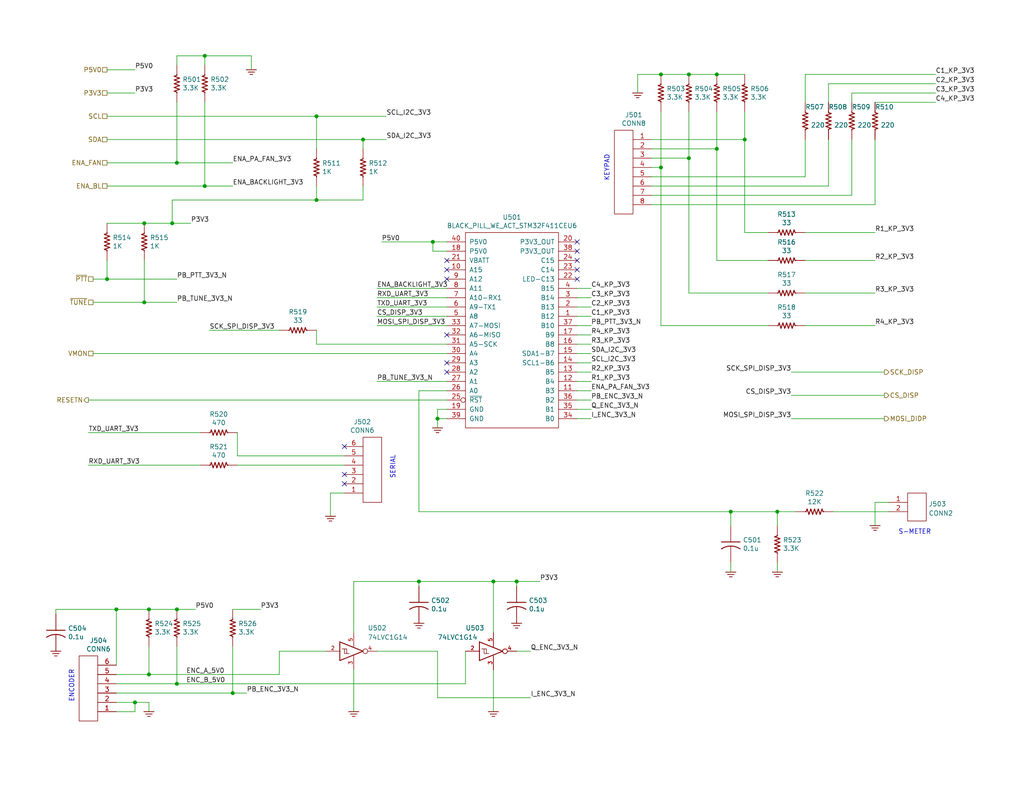
<source format=kicad_sch>
(kicad_sch (version 20211123) (generator eeschema)
  (paper "A")
  (title_block (title "Quad output VFO") (rev "X2"))
  (lib_symbols
    (symbol "custom:74LVC1G14" (pin_names (offset 0) hide)
      (property "Reference" "U" (at 3.81 5.08 0))
      (property "Value" "74LVC1G14" (at 7.62 2.54 0))
      (symbol "74LVC1G14_0_1"
        (polyline (pts (xy -2.54 0.635) (xy -1.905 0.635) (xy -1.905 -0.635)))
        (polyline (pts (xy -3.81 2.54) (xy -3.81 -2.54) (xy 2.54 0) (xy -3.81 2.54)) (stroke (width 0.254)))
        (polyline (pts (xy -3.175 0.635) (xy -2.54 0.635) (xy -2.54 -0.635) (xy -1.27 -0.635)))
      )
      (symbol "74LVC1G14_1_1"
        (pin input line (at -7.62 0 0) (length 3.81) (name "~") (number "2"))
        (pin power_in line (at 0 -5.08 90) (length 3.8608) (name "GND") (number "3"))
        (pin output inverted (at 6.35 0 180) (length 3.81) (name "~") (number "4"))
        (pin power_in line (at 0 5.08 270) (length 3.8608) (name "VCC") (number "5"))
      )
    )
    (symbol "custom:BLACK_PILL_WE_ACT_STM32F411CEU6" (pin_names (offset 1.016))
      (property "Reference" "U" (at 0 27.94 0))
      (property "Value" "BLACK_PILL_WE_ACT_STM32F411CEU6" (at 0 -33.02 0))
      (symbol "BLACK_PILL_WE_ACT_STM32F411CEU6_0_1"
        (rectangle (start -12.7 25.4) (end 12.7 -27.94))
      )
      (symbol "BLACK_PILL_WE_ACT_STM32F411CEU6_1_1"
        (pin passive line (at 17.78 2.54 180) (length 5.08) (name "B12") (number "1"))
        (pin passive line (at -17.78 15.24 0) (length 5.08) (name "A15") (number "10"))
        (pin passive line (at 17.78 -17.78 180) (length 5.08) (name "B3") (number "11"))
        (pin passive line (at 17.78 -15.24 180) (length 5.08) (name "B4") (number "12"))
        (pin passive line (at 17.78 -12.7 180) (length 5.08) (name "B5") (number "13"))
        (pin passive line (at 17.78 -10.16 180) (length 5.08) (name "SCL1-B6") (number "14"))
        (pin passive line (at 17.78 -7.62 180) (length 5.08) (name "SDA1-B7") (number "15"))
        (pin passive line (at 17.78 -5.08 180) (length 5.08) (name "B8") (number "16"))
        (pin passive line (at 17.78 -2.54 180) (length 5.08) (name "B9") (number "17"))
        (pin power_in line (at -17.78 20.32 0) (length 5.08) (name "P5V0") (number "18"))
        (pin power_in line (at -17.78 -22.86 0) (length 5.08) (name "GND") (number "19"))
        (pin passive line (at 17.78 5.08 180) (length 5.08) (name "B13") (number "2"))
        (pin power_out line (at 17.78 22.86 180) (length 5.08) (name "P3V3_OUT") (number "20"))
        (pin power_in line (at -17.78 17.78 0) (length 5.08) (name "VBATT") (number "21"))
        (pin passive line (at 17.78 12.7 180) (length 5.08) (name "LED-C13") (number "22"))
        (pin passive line (at 17.78 15.24 180) (length 5.08) (name "C14") (number "23"))
        (pin passive line (at 17.78 17.78 180) (length 5.08) (name "C15") (number "24"))
        (pin passive inverted (at -17.78 -20.32 0) (length 5.08) (name "~{RST}") (number "25"))
        (pin passive line (at -17.78 -17.78 0) (length 5.08) (name "A0") (number "26"))
        (pin passive line (at -17.78 -15.24 0) (length 5.08) (name "A1") (number "27"))
        (pin passive line (at -17.78 -12.7 0) (length 5.08) (name "A2") (number "28"))
        (pin passive line (at -17.78 -10.16 0) (length 5.08) (name "A3") (number "29"))
        (pin passive line (at 17.78 7.62 180) (length 5.08) (name "B14") (number "3"))
        (pin passive line (at -17.78 -7.62 0) (length 5.08) (name "A4") (number "30"))
        (pin passive line (at -17.78 -5.08 0) (length 5.08) (name "A5-SCK") (number "31"))
        (pin passive line (at -17.78 -2.54 0) (length 5.08) (name "A6-MISO") (number "32"))
        (pin passive line (at -17.78 0 0) (length 5.08) (name "A7-MOSI") (number "33"))
        (pin passive line (at 17.78 -25.4 180) (length 5.08) (name "B0") (number "34"))
        (pin passive line (at 17.78 -22.86 180) (length 5.08) (name "B1") (number "35"))
        (pin passive line (at 17.78 -20.32 180) (length 5.08) (name "B2") (number "36"))
        (pin passive line (at 17.78 0 180) (length 5.08) (name "B10") (number "37"))
        (pin power_out line (at 17.78 20.32 180) (length 5.08) (name "P3V3_OUT") (number "38"))
        (pin power_in line (at -17.78 -25.4 0) (length 5.08) (name "GND") (number "39"))
        (pin passive line (at 17.78 10.16 180) (length 5.08) (name "B15") (number "4"))
        (pin power_in line (at -17.78 22.86 0) (length 5.08) (name "P5V0") (number "40"))
        (pin passive line (at -17.78 2.54 0) (length 5.08) (name "A8") (number "5"))
        (pin passive line (at -17.78 5.08 0) (length 5.08) (name "A9-TX1") (number "6"))
        (pin passive line (at -17.78 7.62 0) (length 5.08) (name "A10-RX1") (number "7"))
        (pin passive line (at -17.78 10.16 0) (length 5.08) (name "A11") (number "8"))
        (pin passive line (at -17.78 12.7 0) (length 5.08) (name "A12") (number "9"))
      )
    )
    (symbol "custom:CONN2" (pin_names (offset 1.016))
      (property "Reference" "J" (at 0 5.08 0))
      (property "Value" "CONN2" (at 0 -5.08 0))
      (symbol "CONN2_0_1"
        (rectangle (start -2.54 3.81) (end 2.54 -3.81))
      )
      (symbol "CONN2_1_1"
        (pin passive line (at -7.62 1.27 0) (length 5.08) (name "~") (number "1"))
        (pin passive line (at -7.62 -1.27 0) (length 5.08) (name "~") (number "2"))
      )
    )
    (symbol "custom:CONN6" (pin_names (offset 1.016))
      (property "Reference" "J" (at 0 11.43 0))
      (property "Value" "CONN6" (at 0 -8.89 0))
      (symbol "CONN6_0_1"
        (rectangle (start -2.54 10.16) (end 2.54 -7.62))
      )
      (symbol "CONN6_1_1"
        (pin passive line (at -7.62 7.62 0) (length 5.08) (name "~") (number "1"))
        (pin passive line (at -7.62 5.08 0) (length 5.08) (name "~") (number "2"))
        (pin passive line (at -7.62 2.54 0) (length 5.08) (name "~") (number "3"))
        (pin passive line (at -7.62 0 0) (length 5.08) (name "~") (number "4"))
        (pin passive line (at -7.62 -2.54 0) (length 5.08) (name "~") (number "5"))
        (pin passive line (at -7.62 -5.08 0) (length 5.08) (name "~") (number "6"))
      )
    )
    (symbol "custom:CONN8" (pin_names (offset 1.016))
      (property "Reference" "J" (at 0 12.7 0))
      (property "Value" "CONN8" (at 0 -12.7 0))
      (symbol "CONN8_0_1"
        (rectangle (start -2.54 11.43) (end 2.54 -11.43))
      )
      (symbol "CONN8_1_1"
        (pin passive line (at -7.62 8.89 0) (length 5.08) (name "~") (number "1"))
        (pin passive line (at -7.62 6.35 0) (length 5.08) (name "~") (number "2"))
        (pin passive line (at -7.62 3.81 0) (length 5.08) (name "~") (number "3"))
        (pin passive line (at -7.62 1.27 0) (length 5.08) (name "~") (number "4"))
        (pin passive line (at -7.62 -1.27 0) (length 5.08) (name "~") (number "5"))
        (pin passive line (at -7.62 -3.81 0) (length 5.08) (name "~") (number "6"))
        (pin passive line (at -7.62 -6.35 0) (length 5.08) (name "~") (number "7"))
        (pin passive line (at -7.62 -8.89 0) (length 5.08) (name "~") (number "8"))
      )
    )
    (symbol "custom:C_US_0805_0.1UF_X7R_10%_50V_HS" (pin_numbers hide) (pin_names (offset 0.254) hide)
      (property "Reference" "C" (at 1.27 2.54 0))
      (property "Value" "C_US_0805_0.1UF_X7R_10%_50V_HS" (at 1.27 -2.54 0))
      (symbol "C_US_0805_0.1UF_X7R_10%_50V_HS_0_1"
        (polyline (pts (xy -2.54 0.635) (xy 2.54 0.635) (xy 2.54 0.635)) (stroke (width 0.254)))
        (arc (start 2.54 -1.27) (mid 0 -0.5009) (end -2.54 -1.27) (stroke (width 0.254)))
      )
      (symbol "C_US_0805_0.1UF_X7R_10%_50V_HS_1_1"
        (pin passive line (at 0 5.08 270) (length 4.445) (name "~") (number "1"))
        (pin passive line (at 0 -5.08 90) (length 4.445) (name "~") (number "2"))
      )
    )
    (symbol "custom:GND_US" (power) (pin_names (offset 0))
      (symbol "GND_US_0_1"
        (polyline (pts (xy -1.397 0) (xy 1.397 0)) (stroke (width 0.2032)))
        (polyline (pts (xy -0.889 -0.635) (xy 0.889 -0.635)) (stroke (width 0.2032)))
        (polyline (pts (xy -0.381 -1.27) (xy 0.381 -1.27)) (stroke (width 0.2032)))
      )
      (symbol "GND_US_1_1"
        (pin power_in line (at 0 0 90) (length 0) hide (name "GND") (number "1"))
      )
    )
    (symbol "custom:R_US_0805_1%_HS" (pin_numbers hide) (pin_names (offset 1.016) hide)
      (property "Reference" "R" (at 2.032 0 90))
      (property "Value" "R_US_0805_1%_HS" (at -2.032 0 90))
      (symbol "R_US_0805_1%_HS_0_0"
        (polyline (pts (xy 0 -2.54) (xy 0 -2.54) (xy 0 -2.286) (xy -0.762 -2.032) (xy 0.762 -1.524) (xy -0.762 -1.016) (xy 0.762 -0.508) (xy -0.762 0) (xy 0.762 0.508) (xy -0.762 1.016) (xy 0.762 1.524) (xy -0.762 2.032) (xy 0 2.286) (xy 0 2.54) (xy 0 2.54)) (stroke (width 0.254)))
      )
      (symbol "R_US_0805_1%_HS_1_1"
        (pin passive line (at 0 5.08 270) (length 2.54) (name "~") (number "1"))
        (pin passive line (at 0 -5.08 90) (length 2.54) (name "~") (number "2"))
      )
    )
  )
  (junction (at 48.26 44.45))
  (junction (at 195.58 20.32))
  (junction (at 86.36 54.61))
  (junction (at 187.96 20.32))
  (junction (at 39.37 60.96))
  (junction (at 118.11 66.04))
  (junction (at 199.39 139.7))
  (junction (at 29.21 76.2))
  (junction (at 195.58 40.64))
  (junction (at 55.88 15.24))
  (junction (at 46.99 60.96))
  (junction (at 114.3 158.75))
  (junction (at 99.06 38.1))
  (junction (at 48.26 166.37))
  (junction (at 140.97 158.75))
  (junction (at 39.37 82.55))
  (junction (at 134.62 158.75))
  (junction (at 203.2 38.1))
  (junction (at 40.64 166.37))
  (junction (at 40.64 184.15))
  (junction (at 86.36 31.75))
  (junction (at 180.34 20.32))
  (junction (at 31.75 166.37))
  (junction (at 55.88 50.8))
  (junction (at 187.96 43.18))
  (junction (at 180.34 45.72))
  (junction (at 63.5 189.23))
  (junction (at 36.83 191.77))
  (junction (at 48.26 186.69))
  (junction (at 212.09 139.7))
  (junction (at 119.38 114.3))
  (no_connect (at 93.98 132.08))
  (no_connect (at 93.98 129.54))
  (no_connect (at 121.92 71.12))
  (no_connect (at 157.48 68.58))
  (no_connect (at 121.92 99.06))
  (no_connect (at 157.48 76.2))
  (no_connect (at 121.92 76.2))
  (no_connect (at 121.92 73.66))
  (no_connect (at 157.48 66.04))
  (no_connect (at 121.92 101.6))
  (no_connect (at 157.48 71.12))
  (no_connect (at 121.92 91.44))
  (no_connect (at 157.48 73.66))
  (no_connect (at 93.98 121.92))
  (wire (pts (xy 177.8 45.72) (xy 180.34 45.72)))
  (wire (pts (xy 40.64 191.77) (xy 40.64 194.31)))
  (wire (pts (xy 119.38 114.3) (xy 119.38 116.84)))
  (wire (pts (xy 219.71 71.12) (xy 238.76 71.12)))
  (wire (pts (xy 24.13 109.22) (xy 121.92 109.22)))
  (wire (pts (xy 121.92 111.76) (xy 119.38 111.76)))
  (wire (pts (xy 96.52 172.72) (xy 96.52 158.75)))
  (wire (pts (xy 31.75 166.37) (xy 15.24 166.37)))
  (wire (pts (xy 209.55 71.12) (xy 195.58 71.12)))
  (wire (pts (xy 157.48 114.3) (xy 161.29 114.3)))
  (wire (pts (xy 48.26 166.37) (xy 53.34 166.37)))
  (wire (pts (xy 187.96 30.48) (xy 187.96 43.18)))
  (wire (pts (xy 199.39 153.67) (xy 199.39 156.21)))
  (wire (pts (xy 76.2 90.17) (xy 57.15 90.17)))
  (wire (pts (xy 121.92 88.9) (xy 102.87 88.9)))
  (wire (pts (xy 232.41 27.94) (xy 232.41 25.4)))
  (wire (pts (xy 187.96 20.32) (xy 195.58 20.32)))
  (wire (pts (xy 209.55 80.01) (xy 187.96 80.01)))
  (wire (pts (xy 48.26 17.78) (xy 48.26 15.24)))
  (wire (pts (xy 48.26 27.94) (xy 48.26 44.45)))
  (wire (pts (xy 119.38 177.8) (xy 119.38 190.5)))
  (wire (pts (xy 114.3 158.75) (xy 134.62 158.75)))
  (wire (pts (xy 177.8 38.1) (xy 203.2 38.1)))
  (wire (pts (xy 195.58 30.48) (xy 195.58 40.64)))
  (wire (pts (xy 157.48 86.36) (xy 161.29 86.36)))
  (wire (pts (xy 96.52 158.75) (xy 114.3 158.75)))
  (wire (pts (xy 177.8 48.26) (xy 219.71 48.26)))
  (wire (pts (xy 86.36 54.61) (xy 99.06 54.61)))
  (wire (pts (xy 29.21 25.4) (xy 36.83 25.4)))
  (wire (pts (xy 68.58 15.24) (xy 68.58 19.05)))
  (wire (pts (xy 203.2 30.48) (xy 203.2 38.1)))
  (wire (pts (xy 93.98 124.46) (xy 64.77 124.46)))
  (wire (pts (xy 86.36 50.8) (xy 86.36 54.61)))
  (wire (pts (xy 157.48 106.68) (xy 161.29 106.68)))
  (wire (pts (xy 209.55 88.9) (xy 180.34 88.9)))
  (wire (pts (xy 212.09 139.7) (xy 212.09 143.51)))
  (wire (pts (xy 76.2 177.8) (xy 88.9 177.8)))
  (wire (pts (xy 203.2 63.5) (xy 203.2 38.1)))
  (wire (pts (xy 227.33 139.7) (xy 242.57 139.7)))
  (wire (pts (xy 212.09 153.67) (xy 212.09 156.21)))
  (wire (pts (xy 40.64 166.37) (xy 31.75 166.37)))
  (wire (pts (xy 241.3 114.3) (xy 215.9 114.3)))
  (wire (pts (xy 134.62 182.88) (xy 134.62 194.31)))
  (wire (pts (xy 134.62 172.72) (xy 134.62 158.75)))
  (wire (pts (xy 29.21 19.05) (xy 36.83 19.05)))
  (wire (pts (xy 177.8 40.64) (xy 195.58 40.64)))
  (wire (pts (xy 40.64 184.15) (xy 31.75 184.15)))
  (wire (pts (xy 55.88 15.24) (xy 68.58 15.24)))
  (wire (pts (xy 31.75 191.77) (xy 36.83 191.77)))
  (wire (pts (xy 64.77 124.46) (xy 64.77 118.11)))
  (wire (pts (xy 195.58 20.32) (xy 203.2 20.32)))
  (wire (pts (xy 180.34 20.32) (xy 173.99 20.32)))
  (wire (pts (xy 121.92 66.04) (xy 118.11 66.04)))
  (wire (pts (xy 36.83 191.77) (xy 40.64 191.77)))
  (wire (pts (xy 157.48 104.14) (xy 161.29 104.14)))
  (wire (pts (xy 157.48 83.82) (xy 161.29 83.82)))
  (wire (pts (xy 99.06 54.61) (xy 99.06 50.8)))
  (wire (pts (xy 29.21 50.8) (xy 55.88 50.8)))
  (wire (pts (xy 177.8 43.18) (xy 187.96 43.18)))
  (wire (pts (xy 238.76 38.1) (xy 238.76 55.88)))
  (wire (pts (xy 121.92 106.68) (xy 114.3 106.68)))
  (wire (pts (xy 114.3 160.02) (xy 114.3 158.75)))
  (wire (pts (xy 63.5 176.53) (xy 63.5 189.23)))
  (wire (pts (xy 187.96 80.01) (xy 187.96 43.18)))
  (wire (pts (xy 238.76 27.94) (xy 255.27 27.94)))
  (wire (pts (xy 121.92 83.82) (xy 102.87 83.82)))
  (wire (pts (xy 157.48 111.76) (xy 161.29 111.76)))
  (wire (pts (xy 219.71 27.94) (xy 219.71 20.32)))
  (wire (pts (xy 40.64 176.53) (xy 40.64 184.15)))
  (wire (pts (xy 226.06 22.86) (xy 255.27 22.86)))
  (wire (pts (xy 121.92 68.58) (xy 118.11 68.58)))
  (wire (pts (xy 157.48 96.52) (xy 161.29 96.52)))
  (wire (pts (xy 127 186.69) (xy 127 177.8)))
  (wire (pts (xy 99.06 40.64) (xy 99.06 38.1)))
  (wire (pts (xy 31.75 186.69) (xy 48.26 186.69)))
  (wire (pts (xy 121.92 104.14) (xy 102.87 104.14)))
  (wire (pts (xy 140.97 177.8) (xy 144.78 177.8)))
  (wire (pts (xy 157.48 99.06) (xy 161.29 99.06)))
  (wire (pts (xy 48.26 186.69) (xy 48.26 176.53)))
  (wire (pts (xy 63.5 189.23) (xy 67.31 189.23)))
  (wire (pts (xy 48.26 186.69) (xy 127 186.69)))
  (wire (pts (xy 242.57 137.16) (xy 238.76 137.16)))
  (wire (pts (xy 177.8 50.8) (xy 226.06 50.8)))
  (wire (pts (xy 40.64 184.15) (xy 76.2 184.15)))
  (wire (pts (xy 119.38 190.5) (xy 144.78 190.5)))
  (wire (pts (xy 134.62 158.75) (xy 140.97 158.75)))
  (wire (pts (xy 195.58 71.12) (xy 195.58 40.64)))
  (wire (pts (xy 114.3 139.7) (xy 199.39 139.7)))
  (wire (pts (xy 55.88 50.8) (xy 63.5 50.8)))
  (wire (pts (xy 24.13 127) (xy 54.61 127)))
  (wire (pts (xy 29.21 71.12) (xy 29.21 76.2)))
  (wire (pts (xy 99.06 38.1) (xy 105.41 38.1)))
  (wire (pts (xy 219.71 48.26) (xy 219.71 38.1)))
  (wire (pts (xy 226.06 38.1) (xy 226.06 50.8)))
  (wire (pts (xy 48.26 15.24) (xy 55.88 15.24)))
  (wire (pts (xy 177.8 53.34) (xy 232.41 53.34)))
  (wire (pts (xy 96.52 182.88) (xy 96.52 194.31)))
  (wire (pts (xy 46.99 60.96) (xy 52.07 60.96)))
  (wire (pts (xy 157.48 109.22) (xy 161.29 109.22)))
  (wire (pts (xy 114.3 106.68) (xy 114.3 139.7)))
  (wire (pts (xy 29.21 38.1) (xy 99.06 38.1)))
  (wire (pts (xy 86.36 93.98) (xy 86.36 90.17)))
  (wire (pts (xy 219.71 80.01) (xy 238.76 80.01)))
  (wire (pts (xy 157.48 101.6) (xy 161.29 101.6)))
  (wire (pts (xy 219.71 63.5) (xy 238.76 63.5)))
  (wire (pts (xy 180.34 88.9) (xy 180.34 45.72)))
  (wire (pts (xy 90.17 134.62) (xy 90.17 140.97)))
  (wire (pts (xy 25.4 82.55) (xy 39.37 82.55)))
  (wire (pts (xy 177.8 55.88) (xy 238.76 55.88)))
  (wire (pts (xy 219.71 88.9) (xy 238.76 88.9)))
  (wire (pts (xy 29.21 44.45) (xy 48.26 44.45)))
  (wire (pts (xy 140.97 160.02) (xy 140.97 158.75)))
  (wire (pts (xy 15.24 166.37) (xy 15.24 167.64)))
  (wire (pts (xy 54.61 118.11) (xy 24.13 118.11)))
  (wire (pts (xy 36.83 194.31) (xy 36.83 191.77)))
  (wire (pts (xy 64.77 127) (xy 93.98 127)))
  (wire (pts (xy 39.37 71.12) (xy 39.37 82.55)))
  (wire (pts (xy 40.64 166.37) (xy 48.26 166.37)))
  (wire (pts (xy 157.48 81.28) (xy 161.29 81.28)))
  (wire (pts (xy 31.75 194.31) (xy 36.83 194.31)))
  (wire (pts (xy 25.4 76.2) (xy 29.21 76.2)))
  (wire (pts (xy 180.34 20.32) (xy 187.96 20.32)))
  (wire (pts (xy 55.88 17.78) (xy 55.88 15.24)))
  (wire (pts (xy 86.36 40.64) (xy 86.36 31.75)))
  (wire (pts (xy 121.92 78.74) (xy 102.87 78.74)))
  (wire (pts (xy 118.11 66.04) (xy 104.14 66.04)))
  (wire (pts (xy 157.48 93.98) (xy 161.29 93.98)))
  (wire (pts (xy 119.38 111.76) (xy 119.38 114.3)))
  (wire (pts (xy 48.26 44.45) (xy 63.5 44.45)))
  (wire (pts (xy 232.41 25.4) (xy 255.27 25.4)))
  (wire (pts (xy 199.39 139.7) (xy 199.39 143.51)))
  (wire (pts (xy 157.48 91.44) (xy 161.29 91.44)))
  (wire (pts (xy 93.98 134.62) (xy 90.17 134.62)))
  (wire (pts (xy 118.11 68.58) (xy 118.11 66.04)))
  (wire (pts (xy 55.88 27.94) (xy 55.88 50.8)))
  (wire (pts (xy 29.21 31.75) (xy 86.36 31.75)))
  (wire (pts (xy 121.92 81.28) (xy 102.87 81.28)))
  (wire (pts (xy 241.3 107.95) (xy 215.9 107.95)))
  (wire (pts (xy 46.99 54.61) (xy 86.36 54.61)))
  (wire (pts (xy 232.41 38.1) (xy 232.41 53.34)))
  (wire (pts (xy 157.48 88.9) (xy 161.29 88.9)))
  (wire (pts (xy 157.48 78.74) (xy 161.29 78.74)))
  (wire (pts (xy 180.34 30.48) (xy 180.34 45.72)))
  (wire (pts (xy 140.97 158.75) (xy 147.32 158.75)))
  (wire (pts (xy 25.4 96.52) (xy 121.92 96.52)))
  (wire (pts (xy 46.99 60.96) (xy 46.99 54.61)))
  (wire (pts (xy 31.75 189.23) (xy 63.5 189.23)))
  (wire (pts (xy 29.21 76.2) (xy 48.26 76.2)))
  (wire (pts (xy 76.2 184.15) (xy 76.2 177.8)))
  (wire (pts (xy 238.76 137.16) (xy 238.76 143.51)))
  (wire (pts (xy 121.92 114.3) (xy 119.38 114.3)))
  (wire (pts (xy 121.92 86.36) (xy 102.87 86.36)))
  (wire (pts (xy 121.92 93.98) (xy 86.36 93.98)))
  (wire (pts (xy 39.37 82.55) (xy 48.26 82.55)))
  (wire (pts (xy 212.09 139.7) (xy 199.39 139.7)))
  (wire (pts (xy 173.99 20.32) (xy 173.99 25.4)))
  (wire (pts (xy 63.5 166.37) (xy 71.12 166.37)))
  (wire (pts (xy 102.87 177.8) (xy 119.38 177.8)))
  (wire (pts (xy 241.3 101.6) (xy 215.9 101.6)))
  (wire (pts (xy 226.06 27.94) (xy 226.06 22.86)))
  (wire (pts (xy 219.71 20.32) (xy 255.27 20.32)))
  (wire (pts (xy 39.37 60.96) (xy 46.99 60.96)))
  (wire (pts (xy 217.17 139.7) (xy 212.09 139.7)))
  (wire (pts (xy 209.55 63.5) (xy 203.2 63.5)))
  (wire (pts (xy 29.21 60.96) (xy 39.37 60.96)))
  (wire (pts (xy 86.36 31.75) (xy 105.41 31.75)))
  (wire (pts (xy 31.75 166.37) (xy 31.75 181.61)))
  (text "KEYPAD" (at 166.37 49.53 90) (effects (font (size 1.27 1.27)) (justify left bottom)))
  (text "ENCODER\n" (at 20.32 191.77 90) (effects (font (size 1.27 1.27)) (justify left bottom)))
  (text "SERIAL" (at 107.95 130.81 90) (effects (font (size 1.27 1.27)) (justify left bottom)))
  (text "S-METER" (at 245.11 146.05 0) (effects (font (size 1.27 1.27)) (justify left bottom)))
  (label "Q_ENC_3V3_N" (at 144.78 177.8 0))
  (label "PB_ENC_3V3_N" (at 67.31 189.23 0))
  (label "R1_KP_3V3" (at 238.76 63.5 0))
  (label "R4_KP_3V3" (at 238.76 88.9 0))
  (label "CS_DISP_3V3" (at 102.87 86.36 0))
  (label "C4_KP_3V3" (at 255.27 27.94 0))
  (label "SCK_SPI_DISP_3V3" (at 215.9 101.6 180))
  (label "TXD_UART_3V3" (at 24.13 118.11 0))
  (label "Q_ENC_3V3_N" (at 161.29 111.76 0))
  (label "SCL_I2C_3V3" (at 105.41 31.75 0))
  (label "R1_KP_3V3" (at 161.29 104.14 0))
  (label "P5V0" (at 104.14 66.04 0))
  (label "R4_KP_3V3" (at 161.29 91.44 0))
  (label "PB_PTT_3V3_N" (at 161.29 88.9 0))
  (label "SDA_I2C_3V3" (at 105.41 38.1 0))
  (label "C1_KP_3V3" (at 161.29 86.36 0))
  (label "C1_KP_3V3" (at 255.27 20.32 0))
  (label "PB_TUNE_3V3_N" (at 102.87 104.14 0))
  (label "CS_DISP_3V3" (at 215.9 107.95 180))
  (label "RXD_UART_3V3" (at 102.87 81.28 0))
  (label "R3_KP_3V3" (at 161.29 93.98 0))
  (label "ENC_A_5V0" (at 50.8 184.15 0))
  (label "P3V3" (at 71.12 166.37 0))
  (label "C4_KP_3V3" (at 161.29 78.74 0))
  (label "ENA_PA_FAN_3V3" (at 161.29 106.68 0))
  (label "P3V3" (at 147.32 158.75 0))
  (label "RXD_UART_3V3" (at 24.13 127 0))
  (label "C3_KP_3V3" (at 255.27 25.4 0))
  (label "PB_ENC_3V3_N" (at 161.29 109.22 0))
  (label "P3V3" (at 52.07 60.96 0))
  (label "MOSI_SPI_DISP_3V3" (at 102.87 88.9 0))
  (label "R3_KP_3V3" (at 238.76 80.01 0))
  (label "ENC_B_5V0" (at 50.8 186.69 0))
  (label "C2_KP_3V3" (at 255.27 22.86 0))
  (label "C3_KP_3V3" (at 161.29 81.28 0))
  (label "MOSI_SPI_DISP_3V3" (at 215.9 114.3 180))
  (label "SCK_SPI_DISP_3V3" (at 57.15 90.17 0))
  (label "TXD_UART_3V3" (at 102.87 83.82 0))
  (label "I_ENC_3V3_N" (at 161.29 114.3 0))
  (label "C2_KP_3V3" (at 161.29 83.82 0))
  (label "R2_KP_3V3" (at 161.29 101.6 0))
  (label "SCL_I2C_3V3" (at 161.29 99.06 0))
  (label "ENA_BACKLIGHT_3V3" (at 63.5 50.8 0))
  (label "R2_KP_3V3" (at 238.76 71.12 0))
  (label "ENA_BACKLIGHT_3V3" (at 102.87 78.74 0))
  (label "P5V0" (at 36.83 19.05 0))
  (label "I_ENC_3V3_N" (at 144.78 190.5 0))
  (label "PB_PTT_3V3_N" (at 48.26 76.2 0))
  (label "P5V0" (at 53.34 166.37 0))
  (label "ENA_PA_FAN_3V3" (at 63.5 44.45 0))
  (label "PB_TUNE_3V3_N" (at 48.26 82.55 0))
  (label "SDA_I2C_3V3" (at 161.29 96.52 0))
  (label "P3V3" (at 36.83 25.4 0))
  (hierarchical_label "P5V0" (shape passive) (at 29.21 19.05 180))
  (hierarchical_label "MOSI_DIDP" (shape output) (at 241.3 114.3 0))
  (hierarchical_label "~{PTT}" (shape passive) (at 25.4 76.2 180))
  (hierarchical_label "P3V3" (shape passive) (at 29.21 25.4 180))
  (hierarchical_label "ENA_FAN" (shape passive) (at 29.21 44.45 180))
  (hierarchical_label "SDA" (shape passive) (at 29.21 38.1 180))
  (hierarchical_label "CS_DISP" (shape output) (at 241.3 107.95 0))
  (hierarchical_label "RESETN" (shape output) (at 24.13 109.22 180))
  (hierarchical_label "ENA_BL" (shape passive) (at 29.21 50.8 180))
  (hierarchical_label "SCK_DISP" (shape output) (at 241.3 101.6 0))
  (hierarchical_label "~{TUNE}" (shape passive) (at 25.4 82.55 180))
  (hierarchical_label "SCL" (shape passive) (at 29.21 31.75 180))
  (hierarchical_label "VMON" (shape passive) (at 25.4 96.52 180))
  (symbol (lib_id "custom:CONN8") (at 170.18 46.99 0) (mirror y) (unit 1)
    (property "Reference" "J501" (at 172.9232 31.369 0))
    (property "Value" "CONN8" (at 172.9232 33.6804 0))
    (property "Footprint" "mods:JST_B8B_XH_A" (effects hide))
    (property "PartNumber" "800114-108" (effects hide))
  )
  (symbol (lib_id "custom:R_US_0805_1%_HS") (at 40.64 171.45 0) (unit 1)
    (property "Reference" "R524" (at 42.164 170.2816 0) (effects (justify left)))
    (property "Value" "3.3K" (at 42.164 172.593 0) (effects (justify left)))
    (property "Footprint" "Resistor_SMD:R_0805_2012Metric_Pad1.20x1.40mm_HandSolder" (effects hide))
    (property "PartNumber" "800235-332" (effects hide))
  )
  (symbol (lib_id "custom:R_US_0805_1%_HS") (at 48.26 171.45 0) (unit 1)
    (property "Reference" "R525" (at 49.784 170.2816 0) (effects (justify left)))
    (property "Value" "3.3K" (at 49.784 172.593 0) (effects (justify left)))
    (property "Footprint" "Resistor_SMD:R_0805_2012Metric_Pad1.20x1.40mm_HandSolder" (effects hide))
    (property "PartNumber" "800235-332" (effects hide))
  )
  (symbol (lib_id "custom:R_US_0805_1%_HS") (at 180.34 25.4 0) (unit 1)
    (property "Reference" "R503" (at 181.864 24.2316 0) (effects (justify left)))
    (property "Value" "3.3K" (at 181.864 26.543 0) (effects (justify left)))
    (property "Footprint" "Resistor_SMD:R_0805_2012Metric_Pad1.20x1.40mm_HandSolder" (effects hide))
    (property "PartNumber" "800235-332" (effects hide))
  )
  (symbol (lib_id "custom:R_US_0805_1%_HS") (at 187.96 25.4 0) (unit 1)
    (property "Reference" "R504" (at 189.484 24.2316 0) (effects (justify left)))
    (property "Value" "3.3K" (at 189.484 26.543 0) (effects (justify left)))
    (property "Footprint" "Resistor_SMD:R_0805_2012Metric_Pad1.20x1.40mm_HandSolder" (effects hide))
    (property "PartNumber" "800235-332" (effects hide))
  )
  (symbol (lib_id "custom:R_US_0805_1%_HS") (at 195.58 25.4 0) (unit 1)
    (property "Reference" "R505" (at 197.104 24.2316 0) (effects (justify left)))
    (property "Value" "3.3K" (at 197.104 26.543 0) (effects (justify left)))
    (property "Footprint" "Resistor_SMD:R_0805_2012Metric_Pad1.20x1.40mm_HandSolder" (effects hide))
    (property "PartNumber" "800235-332" (effects hide))
  )
  (symbol (lib_id "custom:R_US_0805_1%_HS") (at 203.2 25.4 0) (unit 1)
    (property "Reference" "R506" (at 204.724 24.2316 0) (effects (justify left)))
    (property "Value" "3.3K" (at 204.724 26.543 0) (effects (justify left)))
    (property "Footprint" "Resistor_SMD:R_0805_2012Metric_Pad1.20x1.40mm_HandSolder" (effects hide))
    (property "PartNumber" "800235-332" (effects hide))
  )
  (symbol (lib_id "custom:BLACK_PILL_WE_ACT_STM32F411CEU6") (at 139.7 88.9 0) (unit 1)
    (property "Reference" "U501" (at 139.7 59.309 0))
    (property "Value" "BLACK_PILL_WE_ACT_STM32F411CEU6" (at 139.7 61.6204 0))
    (property "Footprint" "mods:BLACK_PILL_WE_ACT_STM32F411" (effects hide))
    (property "PartNumber" "800280-101" (effects hide))
  )
  (symbol (lib_id "custom:GND_US") (at 119.38 116.84 0) (unit 1)
    (property "Reference" "#PWR0503" (effects hide))
    (property "Value" "GND_US" (effects hide))
  )
  (symbol (lib_id "custom:GND_US") (at 40.64 194.31 0) (unit 1)
    (property "Reference" "#PWR0511" (effects hide))
    (property "Value" "GND_US" (effects hide))
  )
  (symbol (lib_id "custom:R_US_0805_1%_HS") (at 63.5 171.45 0) (unit 1)
    (property "Reference" "R526" (at 65.024 170.2816 0) (effects (justify left)))
    (property "Value" "3.3K" (at 65.024 172.593 0) (effects (justify left)))
    (property "Footprint" "Resistor_SMD:R_0805_2012Metric_Pad1.20x1.40mm_HandSolder" (effects hide))
    (property "PartNumber" "800235-332" (effects hide))
  )
  (symbol (lib_id "custom:R_US_0805_1%_HS") (at 99.06 45.72 0) (unit 1)
    (property "Reference" "R512" (at 100.584 44.5516 0) (effects (justify left)))
    (property "Value" "1K" (at 100.584 46.863 0) (effects (justify left)))
    (property "Footprint" "Resistor_SMD:R_0805_2012Metric_Pad1.20x1.40mm_HandSolder" (effects hide))
    (property "PartNumber" "800235-102" (effects hide))
  )
  (symbol (lib_id "custom:R_US_0805_1%_HS") (at 86.36 45.72 0) (unit 1)
    (property "Reference" "R511" (at 87.884 44.5516 0) (effects (justify left)))
    (property "Value" "1K" (at 87.884 46.863 0) (effects (justify left)))
    (property "Footprint" "Resistor_SMD:R_0805_2012Metric_Pad1.20x1.40mm_HandSolder" (effects hide))
    (property "PartNumber" "800235-102" (effects hide))
  )
  (symbol (lib_id "custom:R_US_0805_1%_HS") (at 219.71 33.02 180) (unit 1)
    (property "Reference" "R507" (at 219.71 29.21 0) (effects (justify right)))
    (property "Value" "220" (at 221.234 34.163 0) (effects (justify right)))
    (property "Footprint" "Resistor_SMD:R_0805_2012Metric_Pad1.20x1.40mm_HandSolder" (effects hide))
    (property "PartNumber" "800235-221" (effects hide))
  )
  (symbol (lib_id "custom:R_US_0805_1%_HS") (at 226.06 33.02 180) (unit 1)
    (property "Reference" "R508" (at 226.06 29.21 0) (effects (justify right)))
    (property "Value" "220" (at 227.584 34.163 0) (effects (justify right)))
    (property "Footprint" "Resistor_SMD:R_0805_2012Metric_Pad1.20x1.40mm_HandSolder" (effects hide))
    (property "PartNumber" "800235-221" (effects hide))
  )
  (symbol (lib_id "custom:R_US_0805_1%_HS") (at 232.41 33.02 180) (unit 1)
    (property "Reference" "R509" (at 232.41 29.21 0) (effects (justify right)))
    (property "Value" "220" (at 233.934 34.163 0) (effects (justify right)))
    (property "Footprint" "Resistor_SMD:R_0805_2012Metric_Pad1.20x1.40mm_HandSolder" (effects hide))
    (property "PartNumber" "800235-221" (effects hide))
  )
  (symbol (lib_id "custom:R_US_0805_1%_HS") (at 238.76 33.02 180) (unit 1)
    (property "Reference" "R510" (at 238.76 29.21 0) (effects (justify right)))
    (property "Value" "220" (at 240.284 34.163 0) (effects (justify right)))
    (property "Footprint" "Resistor_SMD:R_0805_2012Metric_Pad1.20x1.40mm_HandSolder" (effects hide))
    (property "PartNumber" "800235-221" (effects hide))
  )
  (symbol (lib_id "custom:GND_US") (at 173.99 25.4 0) (unit 1)
    (property "Reference" "#PWR0502" (effects hide))
    (property "Value" "GND_US" (effects hide))
  )
  (symbol (lib_id "custom:R_US_0805_1%_HS") (at 55.88 22.86 0) (unit 1)
    (property "Reference" "R502" (at 57.404 21.6916 0) (effects (justify left)))
    (property "Value" "3.3K" (at 57.404 24.003 0) (effects (justify left)))
    (property "Footprint" "Resistor_SMD:R_0805_2012Metric_Pad1.20x1.40mm_HandSolder" (effects hide))
    (property "PartNumber" "800235-332" (effects hide))
  )
  (symbol (lib_id "custom:R_US_0805_1%_HS") (at 48.26 22.86 0) (unit 1)
    (property "Reference" "R501" (at 49.784 21.6916 0) (effects (justify left)))
    (property "Value" "3.3K" (at 49.784 24.003 0) (effects (justify left)))
    (property "Footprint" "Resistor_SMD:R_0805_2012Metric_Pad1.20x1.40mm_HandSolder" (effects hide))
    (property "PartNumber" "800235-332" (effects hide))
  )
  (symbol (lib_id "custom:R_US_0805_1%_HS") (at 29.21 66.04 0) (unit 1)
    (property "Reference" "R514" (at 30.734 64.8716 0) (effects (justify left)))
    (property "Value" "1K" (at 30.734 67.183 0) (effects (justify left)))
    (property "Footprint" "Resistor_SMD:R_0805_2012Metric_Pad1.20x1.40mm_HandSolder" (effects hide))
    (property "PartNumber" "800235-102" (effects hide))
  )
  (symbol (lib_id "custom:R_US_0805_1%_HS") (at 39.37 66.04 0) (unit 1)
    (property "Reference" "R515" (at 40.894 64.8716 0) (effects (justify left)))
    (property "Value" "1K" (at 40.894 67.183 0) (effects (justify left)))
    (property "Footprint" "Resistor_SMD:R_0805_2012Metric_Pad1.20x1.40mm_HandSolder" (effects hide))
    (property "PartNumber" "800235-102" (effects hide))
  )
  (symbol (lib_id "custom:74LVC1G14") (at 96.52 177.8 0) (unit 1)
    (property "Reference" "U502" (at 100.33 171.45 0) (effects (justify left)))
    (property "Value" "74LVC1G14" (at 100.33 173.99 0) (effects (justify left)))
    (property "Footprint" "Package_TO_SOT_SMD:SOT-23-5" (effects hide))
    (property "Datasheet" "/home/srodgers/Datasheets/Nexperia-74AHC_AHCT1G14.pdf" (effects hide))
    (property "PartNumber" "800199-101" (effects hide))
  )
  (symbol (lib_id "custom:74LVC1G14") (at 134.62 177.8 0) (unit 1)
    (property "Reference" "U503" (at 127 171.45 0) (effects (justify left)))
    (property "Value" "74LVC1G14" (at 119.38 173.99 0) (effects (justify left)))
    (property "Footprint" "Package_TO_SOT_SMD:SOT-23-5" (effects hide))
    (property "Datasheet" "/home/srodgers/Datasheets/Nexperia-74AHC_AHCT1G14.pdf" (effects hide))
    (property "PartNumber" "800199-101" (effects hide))
  )
  (symbol (lib_id "custom:GND_US") (at 96.52 194.31 0) (unit 1)
    (property "Reference" "#PWR0512" (effects hide))
    (property "Value" "GND_US" (effects hide))
  )
  (symbol (lib_id "custom:GND_US") (at 134.62 194.31 0) (unit 1)
    (property "Reference" "#PWR0513" (effects hide))
    (property "Value" "GND_US" (effects hide))
  )
  (symbol (lib_id "custom:CONN6") (at 24.13 186.69 180) (unit 1)
    (property "Reference" "J504" (at 26.8732 174.879 0))
    (property "Value" "CONN6" (at 26.8732 177.1904 0))
    (property "Footprint" "mods:JST_B6B_XH_A" (effects hide))
    (property "PartNumber" "800114-106" (effects hide))
  )
  (symbol (lib_id "custom:C_US_0805_0.1UF_X7R_10%_50V_HS") (at 114.3 165.1 0) (unit 1)
    (property "Reference" "C502" (at 117.602 163.9316 0) (effects (justify left)))
    (property "Value" "0.1u" (at 117.602 166.243 0) (effects (justify left)))
    (property "Footprint" "Capacitor_SMD:C_0805_2012Metric_Pad1.18x1.45mm_HandSolder" (effects hide))
    (property "PartNumber" "800238-104" (effects hide))
  )
  (symbol (lib_id "custom:C_US_0805_0.1UF_X7R_10%_50V_HS") (at 140.97 165.1 0) (unit 1)
    (property "Reference" "C503" (at 144.272 163.9316 0) (effects (justify left)))
    (property "Value" "0.1u" (at 144.272 166.243 0) (effects (justify left)))
    (property "Footprint" "Capacitor_SMD:C_0805_2012Metric_Pad1.18x1.45mm_HandSolder" (effects hide))
    (property "PartNumber" "800238-104" (effects hide))
  )
  (symbol (lib_id "custom:GND_US") (at 140.97 170.18 0) (unit 1)
    (property "Reference" "#PWR0509" (effects hide))
    (property "Value" "GND_US" (effects hide))
  )
  (symbol (lib_id "custom:GND_US") (at 114.3 170.18 0) (unit 1)
    (property "Reference" "#PWR0508" (effects hide))
    (property "Value" "GND_US" (effects hide))
  )
  (symbol (lib_id "custom:C_US_0805_0.1UF_X7R_10%_50V_HS") (at 15.24 172.72 0) (unit 1)
    (property "Reference" "C504" (at 18.542 171.5516 0) (effects (justify left)))
    (property "Value" "0.1u" (at 18.542 173.863 0) (effects (justify left)))
    (property "Footprint" "Capacitor_SMD:C_0805_2012Metric_Pad1.18x1.45mm_HandSolder" (effects hide))
    (property "PartNumber" "800238-104" (effects hide))
  )
  (symbol (lib_id "custom:GND_US") (at 15.24 177.8 0) (unit 1)
    (property "Reference" "#PWR0510" (effects hide))
    (property "Value" "GND_US" (effects hide))
  )
  (symbol (lib_id "custom:GND_US") (at 68.58 19.05 0) (unit 1)
    (property "Reference" "#PWR0501" (effects hide))
    (property "Value" "GND_US" (effects hide))
  )
  (symbol (lib_id "custom:CONN6") (at 101.6 127 0) (mirror x) (unit 1)
    (property "Reference" "J502" (at 98.8568 115.189 0))
    (property "Value" "CONN6" (at 98.8568 117.5004 0))
    (property "Footprint" "mods:JST_B6B_XH_A" (effects hide))
    (property "PartNumber" "800114-106" (effects hide))
  )
  (symbol (lib_id "custom:R_US_0805_1%_HS") (at 81.28 90.17 270) (unit 1)
    (property "Reference" "R519" (at 81.28 85.1662 90))
    (property "Value" "33" (at 81.28 87.4776 90))
    (property "Footprint" "Resistor_SMD:R_0805_2012Metric_Pad1.20x1.40mm_HandSolder" (effects hide))
    (property "PartNumber" "800235-330" (effects hide))
  )
  (symbol (lib_id "custom:GND_US") (at 90.17 140.97 0) (unit 1)
    (property "Reference" "#PWR0504" (effects hide))
    (property "Value" "GND_US" (effects hide))
  )
  (symbol (lib_id "custom:R_US_0805_1%_HS") (at 59.69 118.11 270) (unit 1)
    (property "Reference" "R520" (at 59.69 113.1062 90))
    (property "Value" "470" (at 59.69 115.4176 90))
    (property "Footprint" "Resistor_SMD:R_0805_2012Metric_Pad1.20x1.40mm_HandSolder" (effects hide))
    (property "PartNumber" "800235-471" (effects hide))
  )
  (symbol (lib_id "custom:R_US_0805_1%_HS") (at 59.69 127 270) (unit 1)
    (property "Reference" "R521" (at 59.69 121.9962 90))
    (property "Value" "470" (at 59.69 124.3076 90))
    (property "Footprint" "Resistor_SMD:R_0805_2012Metric_Pad1.20x1.40mm_HandSolder" (effects hide))
    (property "PartNumber" "800235-471" (effects hide))
  )
  (symbol (lib_id "custom:R_US_0805_1%_HS") (at 214.63 63.5 270) (unit 1)
    (property "Reference" "R513" (at 214.63 58.4962 90))
    (property "Value" "33" (at 214.63 60.8076 90))
    (property "Footprint" "Resistor_SMD:R_0805_2012Metric_Pad1.20x1.40mm_HandSolder" (effects hide))
    (property "PartNumber" "800235-330" (effects hide))
  )
  (symbol (lib_id "custom:R_US_0805_1%_HS") (at 214.63 71.12 270) (unit 1)
    (property "Reference" "R516" (at 214.63 66.1162 90))
    (property "Value" "33" (at 214.63 68.4276 90))
    (property "Footprint" "Resistor_SMD:R_0805_2012Metric_Pad1.20x1.40mm_HandSolder" (effects hide))
    (property "PartNumber" "800235-330" (effects hide))
  )
  (symbol (lib_id "custom:R_US_0805_1%_HS") (at 214.63 80.01 270) (unit 1)
    (property "Reference" "R517" (at 214.63 75.0062 90))
    (property "Value" "33" (at 214.63 77.3176 90))
    (property "Footprint" "Resistor_SMD:R_0805_2012Metric_Pad1.20x1.40mm_HandSolder" (effects hide))
    (property "PartNumber" "800235-330" (effects hide))
  )
  (symbol (lib_id "custom:R_US_0805_1%_HS") (at 214.63 88.9 270) (unit 1)
    (property "Reference" "R518" (at 214.63 83.8962 90))
    (property "Value" "33" (at 214.63 86.2076 90))
    (property "Footprint" "Resistor_SMD:R_0805_2012Metric_Pad1.20x1.40mm_HandSolder" (effects hide))
    (property "PartNumber" "800235-330" (effects hide))
  )
  (symbol (lib_id "custom:GND_US") (at 199.39 156.21 0) (unit 1)
    (property "Reference" "#PWR0506" (effects hide))
    (property "Value" "GND_US" (effects hide))
  )
  (symbol (lib_id "custom:GND_US") (at 212.09 156.21 0) (unit 1)
    (property "Reference" "#PWR0507" (effects hide))
    (property "Value" "GND_US" (effects hide))
  )
  (symbol (lib_id "custom:R_US_0805_1%_HS") (at 212.09 148.59 0) (unit 1)
    (property "Reference" "R523" (at 213.614 147.4216 0) (effects (justify left)))
    (property "Value" "3.3K" (at 213.614 149.733 0) (effects (justify left)))
    (property "Footprint" "Resistor_SMD:R_0805_2012Metric_Pad1.20x1.40mm_HandSolder" (effects hide))
    (property "PartNumber" "800235-332" (effects hide))
  )
  (symbol (lib_id "custom:CONN2") (at 250.19 138.43 0) (unit 1)
    (property "Reference" "J503" (at 253.365 137.5953 0) (effects (justify left)))
    (property "Value" "CONN2" (at 253.365 140.1322 0) (effects (justify left)))
    (property "Footprint" "mods:JST_B2B_XH_A" (effects hide))
    (property "PartNumber" "800114-102" (effects hide))
  )
  (symbol (lib_id "custom:C_US_0805_0.1UF_X7R_10%_50V_HS") (at 199.39 148.59 0) (unit 1)
    (property "Reference" "C501" (at 202.692 147.4216 0) (effects (justify left)))
    (property "Value" "0.1u" (at 202.692 149.733 0) (effects (justify left)))
    (property "Footprint" "Capacitor_SMD:C_0805_2012Metric_Pad1.18x1.45mm_HandSolder" (effects hide))
    (property "PartNumber" "800238-104" (effects hide))
  )
  (symbol (lib_id "custom:GND_US") (at 238.76 143.51 0) (unit 1)
    (property "Reference" "#PWR0505" (effects hide))
    (property "Value" "GND_US" (effects hide))
  )
  (symbol (lib_id "custom:R_US_0805_1%_HS") (at 222.25 139.7 270) (unit 1)
    (property "Reference" "R522" (at 222.25 134.6962 90))
    (property "Value" "12K" (at 222.25 137.0076 90))
    (property "Footprint" "Resistor_SMD:R_0805_2012Metric_Pad1.20x1.40mm_HandSolder" (effects hide))
    (property "PartNumber" "800235-123" (effects hide))
  )
)
</source>
